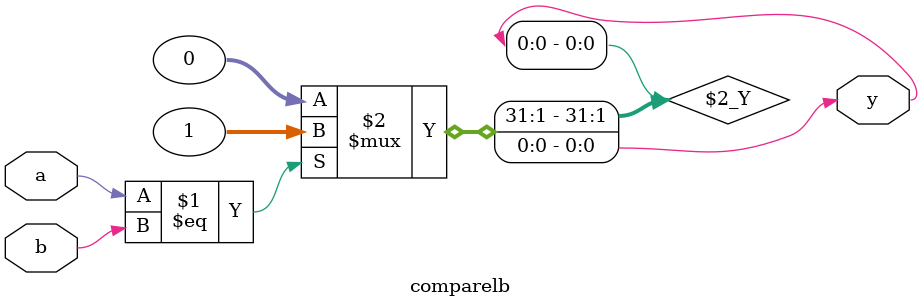
<source format=v>
`timescale 10ns/1ns
module comparelb(output y,
               input a,b);
               assign y=(a==b)?1:0;
             endmodule
               
</source>
